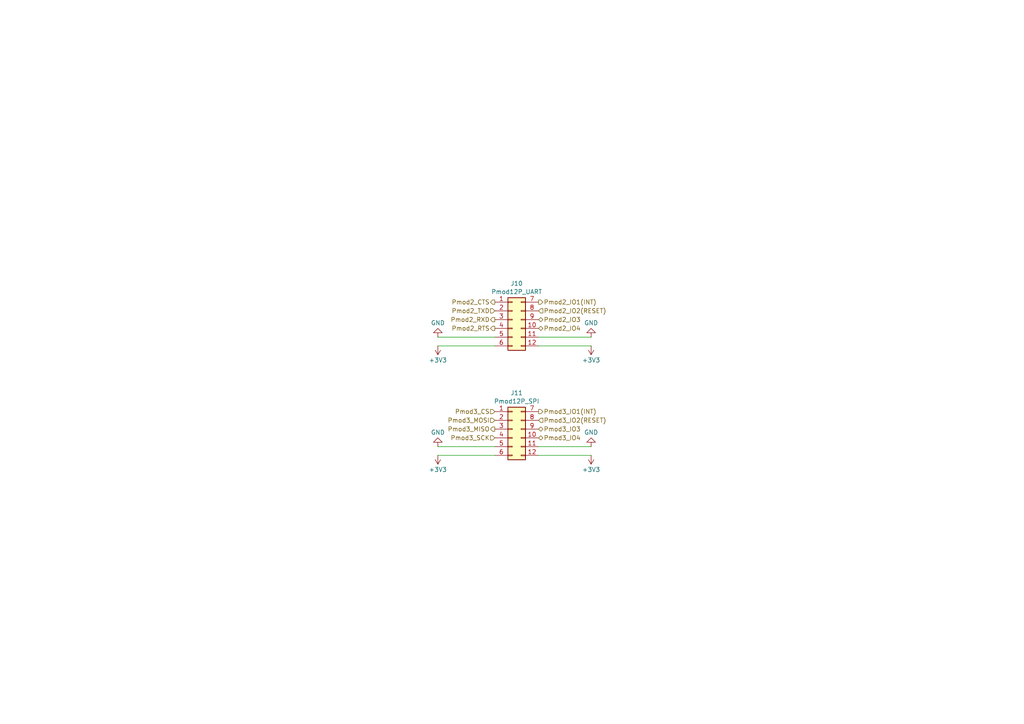
<source format=kicad_sch>
(kicad_sch (version 20250114) (generator "eeschema") (generator_version "9.0")
  (paper "A4")
  (lib_symbols
    (symbol "Connector_Generic:Conn_02x06_Top_Bottom" (pin_names (offset 1.016) (hide yes))
      (property "Reference" "J" (at 1.27 7.62 0))
      (property "Value" "Conn_02x06_Top_Bottom" (at 1.27 -10.16 0))
      (symbol "Conn_02x06_Top_Bottom_1_1"
        (rectangle (start -1.27 6.35) (end 3.81 -8.89) (stroke (width 0.254)) (fill (type background)))
        (rectangle (start -1.27 5.207) (end 0 4.953) (stroke (width 0.1524)))
        (rectangle (start -1.27 2.667) (end 0 2.413) (stroke (width 0.1524)))
        (rectangle (start -1.27 0.127) (end 0 -0.127) (stroke (width 0.1524)))
        (rectangle (start -1.27 -2.413) (end 0 -2.667) (stroke (width 0.1524)))
        (rectangle (start -1.27 -4.953) (end 0 -5.207) (stroke (width 0.1524)))
        (rectangle (start -1.27 -7.493) (end 0 -7.747) (stroke (width 0.1524)))
        (rectangle (start 3.81 5.207) (end 2.54 4.953) (stroke (width 0.1524)))
        (rectangle (start 3.81 2.667) (end 2.54 2.413) (stroke (width 0.1524)))
        (rectangle (start 3.81 0.127) (end 2.54 -0.127) (stroke (width 0.1524)))
        (rectangle (start 3.81 -2.413) (end 2.54 -2.667) (stroke (width 0.1524)))
        (rectangle (start 3.81 -4.953) (end 2.54 -5.207) (stroke (width 0.1524)))
        (rectangle (start 3.81 -7.493) (end 2.54 -7.747) (stroke (width 0.1524)))
        (pin passive line (at -5.08 5.08 0) (length 3.81) (name "Pin_1") (number "1"))
        (pin passive line (at -5.08 2.54 0) (length 3.81) (name "Pin_2") (number "2"))
        (pin passive line (at -5.08 0 0) (length 3.81) (name "Pin_3") (number "3"))
        (pin passive line (at -5.08 -2.54 0) (length 3.81) (name "Pin_4") (number "4"))
        (pin passive line (at -5.08 -5.08 0) (length 3.81) (name "Pin_5") (number "5"))
        (pin passive line (at -5.08 -7.62 0) (length 3.81) (name "Pin_6") (number "6"))
        (pin passive line (at 7.62 5.08 180) (length 3.81) (name "Pin_7") (number "7"))
        (pin passive line (at 7.62 2.54 180) (length 3.81) (name "Pin_8") (number "8"))
        (pin passive line (at 7.62 0 180) (length 3.81) (name "Pin_9") (number "9"))
        (pin passive line (at 7.62 -2.54 180) (length 3.81) (name "Pin_10") (number "10"))
        (pin passive line (at 7.62 -5.08 180) (length 3.81) (name "Pin_11") (number "11"))
        (pin passive line (at 7.62 -7.62 180) (length 3.81) (name "Pin_12") (number "12"))
      )
    )
    (symbol "power:+3V3" (power) (pin_numbers (hide yes)) (pin_names (offset 0) (hide yes))
      (property "Value" "+3V3" (at 0 3.556 0))
      (symbol "+3V3_0_1"
        (polyline (pts (xy -0.762 1.27) (xy 0 2.54)))
        (polyline (pts (xy 0 2.54) (xy 0.762 1.27)))
        (polyline (pts (xy 0 0) (xy 0 2.54)))
      )
      (symbol "+3V3_1_1"
        (pin power_in line (at 0 0 90) (length 0) (name "~") (number "1"))
      )
    )
    (symbol "power:GND" (power) (pin_numbers (hide yes)) (pin_names (offset 0) (hide yes))
      (property "Value" "GND" (at 0 -3.81 0))
      (symbol "GND_0_1"
        (polyline (pts (xy 0 0) (xy 0 -1.27) (xy 1.27 -1.27) (xy 0 -2.54) (xy -1.27 -1.27) (xy 0 -1.27)))
      )
      (symbol "GND_1_1"
        (pin power_in line (at 0 0 270) (length 0) (name "~") (number "1"))
      )
    )
  )
  (wire (pts (xy 127 97.79) (xy 143.51 97.79)))
  (wire (pts (xy 127 132.08) (xy 143.51 132.08)))
  (wire (pts (xy 171.45 100.33) (xy 156.21 100.33)))
  (wire (pts (xy 127 100.33) (xy 143.51 100.33)))
  (wire (pts (xy 171.45 97.79) (xy 156.21 97.79)))
  (wire (pts (xy 171.45 129.54) (xy 156.21 129.54)))
  (wire (pts (xy 171.45 132.08) (xy 156.21 132.08)))
  (wire (pts (xy 127 129.54) (xy 143.51 129.54)))
  (hierarchical_label "Pmod2_RTS" (shape output) (at 143.51 95.25 180))
  (hierarchical_label "Pmod3_MISO" (shape output) (at 143.51 124.46 180))
  (hierarchical_label "Pmod2_IO1(INT)" (shape output) (at 156.21 87.63 0))
  (hierarchical_label "Pmod2_TXD" (shape input) (at 143.51 90.17 180))
  (hierarchical_label "Pmod2_RXD" (shape output) (at 143.51 92.71 180))
  (hierarchical_label "Pmod3_CS" (shape input) (at 143.51 119.38 180))
  (hierarchical_label "Pmod3_MOSI" (shape input) (at 143.51 121.92 180))
  (hierarchical_label "Pmod3_SCK" (shape input) (at 143.51 127 180))
  (hierarchical_label "Pmod2_IO2(RESET)" (shape input) (at 156.21 90.17 0))
  (hierarchical_label "Pmod3_IO1(INT)" (shape output) (at 156.21 119.38 0))
  (hierarchical_label "Pmod3_IO3" (shape bidirectional) (at 156.21 124.46 0))
  (hierarchical_label "Pmod2_IO3" (shape bidirectional) (at 156.21 92.71 0))
  (hierarchical_label "Pmod3_IO4" (shape bidirectional) (at 156.21 127 0))
  (hierarchical_label "Pmod2_CTS" (shape output) (at 143.51 87.63 180))
  (hierarchical_label "Pmod2_IO4" (shape bidirectional) (at 156.21 95.25 0))
  (hierarchical_label "Pmod3_IO2(RESET)" (shape input) (at 156.21 121.92 0))
  (symbol (lib_id "power:GND") (at 127 129.54 180) (unit 1)
    (property "Reference" "#PWR087" (effects (hide yes)))
    (property "Value" "GND" (at 127 125.4069 0))
    (property "Description" "Power symbol creates a global label with name \"GND\" , ground" (effects (hide yes)))
  )
  (symbol (lib_id "power:+3V3") (at 171.45 100.33 180) (unit 1)
    (property "Reference" "#PWR090" (effects (hide yes)))
    (property "Value" "+3V3" (at 171.45 104.4631 0))
    (property "Description" "Power symbol creates a global label with name \"+3V3\"" (effects (hide yes)))
  )
  (symbol (lib_id "Connector_Generic:Conn_02x06_Top_Bottom") (at 148.59 124.46 0) (unit 1)
    (property "Reference" "J11" (at 149.86 113.9655 0))
    (property "Value" "Pmod12P_SPI" (at 149.86 116.3898 0))
    (property "Footprint" "robot_contest:Pmod_2x06_P2.54mm" (effects (hide yes)))
    (property "Datasheet" "C3323715" (effects (hide yes)))
    (property "Description" "Generic connector, double row, 02x06, top/bottom pin numbering scheme (row 1: 1...pins_per_row, row2: pins_per_row+1 ... num_pins), script generated (kicad-library-utils/schlib/autogen/connector/)" (effects (hide yes)))
  )
  (symbol (lib_id "power:GND") (at 171.45 97.79 180) (unit 1)
    (property "Reference" "#PWR089" (effects (hide yes)))
    (property "Value" "GND" (at 171.45 93.6569 0))
    (property "Description" "Power symbol creates a global label with name \"GND\" , ground" (effects (hide yes)))
  )
  (symbol (lib_id "Connector_Generic:Conn_02x06_Top_Bottom") (at 148.59 92.71 0) (unit 1)
    (property "Reference" "J10" (at 149.86 82.2155 0))
    (property "Value" "Pmod12P_UART" (at 149.86 84.6398 0))
    (property "Footprint" "robot_contest:Pmod_2x06_P2.54mm" (effects (hide yes)))
    (property "Datasheet" "C3323715" (effects (hide yes)))
    (property "Description" "Generic connector, double row, 02x06, top/bottom pin numbering scheme (row 1: 1...pins_per_row, row2: pins_per_row+1 ... num_pins), script generated (kicad-library-utils/schlib/autogen/connector/)" (effects (hide yes)))
  )
  (symbol (lib_id "power:+3V3") (at 127 100.33 180) (unit 1)
    (property "Reference" "#PWR086" (effects (hide yes)))
    (property "Value" "+3V3" (at 127 104.4631 0))
    (property "Description" "Power symbol creates a global label with name \"+3V3\"" (effects (hide yes)))
  )
  (symbol (lib_id "power:+3V3") (at 127 132.08 180) (unit 1)
    (property "Reference" "#PWR088" (effects (hide yes)))
    (property "Value" "+3V3" (at 127 136.2131 0))
    (property "Description" "Power symbol creates a global label with name \"+3V3\"" (effects (hide yes)))
  )
  (symbol (lib_id "power:+3V3") (at 171.45 132.08 180) (unit 1)
    (property "Reference" "#PWR092" (effects (hide yes)))
    (property "Value" "+3V3" (at 171.45 136.2131 0))
    (property "Description" "Power symbol creates a global label with name \"+3V3\"" (effects (hide yes)))
  )
  (symbol (lib_id "power:GND") (at 171.45 129.54 180) (unit 1)
    (property "Reference" "#PWR091" (effects (hide yes)))
    (property "Value" "GND" (at 171.45 125.4069 0))
    (property "Description" "Power symbol creates a global label with name \"GND\" , ground" (effects (hide yes)))
  )
  (symbol (lib_id "power:GND") (at 127 97.79 180) (unit 1)
    (property "Reference" "#PWR085" (effects (hide yes)))
    (property "Value" "GND" (at 127 93.6569 0))
    (property "Description" "Power symbol creates a global label with name \"GND\" , ground" (effects (hide yes)))
  )
)
</source>
